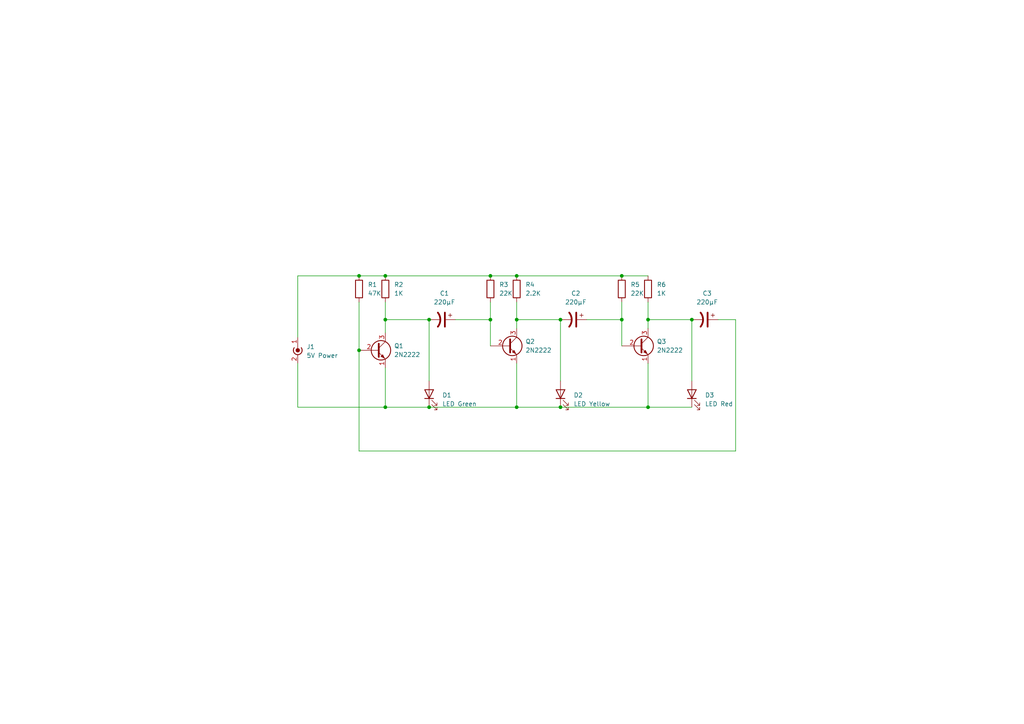
<source format=kicad_sch>
(kicad_sch (version 20211123) (generator eeschema)
  (paper "A4")
  (lib_symbols
    (symbol "Connector:Conn_Coaxial_Power" (pin_names (offset 1.016) hide)
      (property "Reference" "J" (at -5.08 -1.27 90))
      (property "Value" "Conn_Coaxial_Power" (at -3.175 -1.27 90))
      (symbol "Conn_Coaxial_Power_0_1"
        (arc (start -1.27 -1.27) (mid 0 -2.54) (end 1.27 -1.27) (stroke (width 0.254)))
        (arc (start -1.016 -0.508) (mid -1.2048 -0.8684) (end -1.27 -1.27) (stroke (width 0.254)))
        (circle (center 0 -1.27) (radius 0.508) (stroke (width 0.2032)) (fill (type outline)))
        (polyline (pts (xy 0 -2.54) (xy 0 -3.048)))
        (polyline (pts (xy 0 0) (xy 0 -1.27)))
        (arc (start 1.27 -1.27) (mid 1.2048 -0.8684) (end 1.016 -0.508) (stroke (width 0.254)))
      )
      (symbol "Conn_Coaxial_Power_1_1"
        (pin passive line (at 0 2.54 270) (length 2.54) (name "In") (number "1"))
        (pin passive line (at 0 -5.08 90) (length 2.54) (name "Ext") (number "2"))
      )
    )
    (symbol "Device:C_Polarized_US" (pin_numbers hide) (pin_names (offset 0.254) hide)
      (property "Reference" "C" (at 0.635 2.54 0))
      (property "Value" "C_Polarized_US" (at 0.635 -2.54 0))
      (symbol "C_Polarized_US_0_1"
        (polyline (pts (xy -2.032 0.762) (xy 2.032 0.762)) (stroke (width 0.508)))
        (polyline (pts (xy -1.778 2.286) (xy -0.762 2.286)))
        (polyline (pts (xy -1.27 1.778) (xy -1.27 2.794)))
        (arc (start 2.032 -1.27) (mid 0 -0.5572) (end -2.032 -1.27) (stroke (width 0.508)))
      )
      (symbol "C_Polarized_US_1_1"
        (pin passive line (at 0 3.81 270) (length 2.794) (name "~") (number "1"))
        (pin passive line (at 0 -3.81 90) (length 3.302) (name "~") (number "2"))
      )
    )
    (symbol "Device:LED" (pin_numbers hide) (pin_names (offset 1.016) hide)
      (property "Reference" "D" (at 0 2.54 0))
      (property "Value" "LED" (at 0 -2.54 0))
      (symbol "LED_0_1"
        (polyline (pts (xy -1.27 -1.27) (xy -1.27 1.27)) (stroke (width 0.254)))
        (polyline (pts (xy -1.27 0) (xy 1.27 0)))
        (polyline (pts (xy 1.27 -1.27) (xy 1.27 1.27) (xy -1.27 0) (xy 1.27 -1.27)) (stroke (width 0.254)))
        (polyline (pts (xy -3.048 -0.762) (xy -4.572 -2.286) (xy -3.81 -2.286) (xy -4.572 -2.286) (xy -4.572 -1.524)))
        (polyline (pts (xy -1.778 -0.762) (xy -3.302 -2.286) (xy -2.54 -2.286) (xy -3.302 -2.286) (xy -3.302 -1.524)))
      )
      (symbol "LED_1_1"
        (pin passive line (at -3.81 0 0) (length 2.54) (name "K") (number "1"))
        (pin passive line (at 3.81 0 180) (length 2.54) (name "A") (number "2"))
      )
    )
    (symbol "Device:Q_NPN_EBC" (pin_names (offset 0) hide)
      (property "Reference" "Q" (at 5.08 1.27 0))
      (property "Value" "Q_NPN_EBC" (at 5.08 -1.27 0))
      (symbol "Q_NPN_EBC_0_1"
        (polyline (pts (xy 0.635 0.635) (xy 2.54 2.54)))
        (polyline (pts (xy 0.635 -0.635) (xy 2.54 -2.54) (xy 2.54 -2.54)))
        (polyline (pts (xy 0.635 1.905) (xy 0.635 -1.905) (xy 0.635 -1.905)) (stroke (width 0.508)))
        (polyline (pts (xy 1.27 -1.778) (xy 1.778 -1.27) (xy 2.286 -2.286) (xy 1.27 -1.778) (xy 1.27 -1.778)) (fill (type outline)))
        (circle (center 1.27 0) (radius 2.8194) (stroke (width 0.254)))
      )
      (symbol "Q_NPN_EBC_1_1"
        (pin passive line (at 2.54 -5.08 90) (length 2.54) (name "E") (number "1"))
        (pin passive line (at -5.08 0 0) (length 5.715) (name "B") (number "2"))
        (pin passive line (at 2.54 5.08 270) (length 2.54) (name "C") (number "3"))
      )
    )
    (symbol "Device:R" (pin_numbers hide) (pin_names (offset 0))
      (property "Reference" "R" (at 2.032 0 90))
      (property "Value" "R" (at 0 0 90))
      (symbol "R_0_1"
        (rectangle (start -1.016 -2.54) (end 1.016 2.54) (stroke (width 0.254)))
      )
      (symbol "R_1_1"
        (pin passive line (at 0 3.81 270) (length 1.27) (name "~") (number "1"))
        (pin passive line (at 0 -3.81 90) (length 1.27) (name "~") (number "2"))
      )
    )
  )
  (junction (at 142.24 92.71))
  (junction (at 104.14 80.01))
  (junction (at 149.86 80.01))
  (junction (at 162.56 118.11))
  (junction (at 142.24 80.01))
  (junction (at 111.76 92.71))
  (junction (at 104.14 101.6))
  (junction (at 149.86 118.11))
  (junction (at 149.86 92.71))
  (junction (at 111.76 118.11))
  (junction (at 200.66 92.71))
  (junction (at 111.76 80.01))
  (junction (at 187.96 118.11))
  (junction (at 187.96 92.71))
  (junction (at 162.56 92.71))
  (junction (at 124.46 118.11))
  (junction (at 124.46 92.71))
  (junction (at 180.34 80.01))
  (junction (at 180.34 92.71))
  (wire (pts (xy 180.34 87.63) (xy 180.34 92.71)))
  (wire (pts (xy 149.86 92.71) (xy 149.86 95.25)))
  (wire (pts (xy 187.96 118.11) (xy 187.96 105.41)))
  (wire (pts (xy 86.36 80.01) (xy 86.36 97.79)))
  (wire (pts (xy 124.46 110.49) (xy 124.46 92.71)))
  (wire (pts (xy 187.96 87.63) (xy 187.96 92.71)))
  (wire (pts (xy 187.96 118.11) (xy 200.66 118.11)))
  (wire (pts (xy 142.24 92.71) (xy 142.24 100.33)))
  (wire (pts (xy 111.76 92.71) (xy 111.76 96.52)))
  (wire (pts (xy 162.56 92.71) (xy 149.86 92.71)))
  (wire (pts (xy 104.14 87.63) (xy 104.14 101.6)))
  (wire (pts (xy 149.86 118.11) (xy 162.56 118.11)))
  (wire (pts (xy 111.76 80.01) (xy 142.24 80.01)))
  (wire (pts (xy 86.36 105.41) (xy 86.36 118.11)))
  (wire (pts (xy 208.28 92.71) (xy 213.36 92.71)))
  (wire (pts (xy 124.46 92.71) (xy 111.76 92.71)))
  (wire (pts (xy 213.36 92.71) (xy 213.36 130.81)))
  (wire (pts (xy 142.24 87.63) (xy 142.24 92.71)))
  (wire (pts (xy 187.96 92.71) (xy 187.96 95.25)))
  (wire (pts (xy 149.86 80.01) (xy 180.34 80.01)))
  (wire (pts (xy 162.56 118.11) (xy 187.96 118.11)))
  (wire (pts (xy 149.86 105.41) (xy 149.86 118.11)))
  (wire (pts (xy 180.34 80.01) (xy 187.96 80.01)))
  (wire (pts (xy 180.34 92.71) (xy 180.34 100.33)))
  (wire (pts (xy 104.14 80.01) (xy 111.76 80.01)))
  (wire (pts (xy 142.24 80.01) (xy 149.86 80.01)))
  (wire (pts (xy 162.56 110.49) (xy 162.56 92.71)))
  (wire (pts (xy 200.66 110.49) (xy 200.66 92.71)))
  (wire (pts (xy 86.36 80.01) (xy 104.14 80.01)))
  (wire (pts (xy 170.18 92.71) (xy 180.34 92.71)))
  (wire (pts (xy 111.76 118.11) (xy 124.46 118.11)))
  (wire (pts (xy 111.76 87.63) (xy 111.76 92.71)))
  (wire (pts (xy 200.66 92.71) (xy 187.96 92.71)))
  (wire (pts (xy 132.08 92.71) (xy 142.24 92.71)))
  (wire (pts (xy 111.76 106.68) (xy 111.76 118.11)))
  (wire (pts (xy 86.36 118.11) (xy 111.76 118.11)))
  (wire (pts (xy 213.36 130.81) (xy 104.14 130.81)))
  (wire (pts (xy 149.86 87.63) (xy 149.86 92.71)))
  (wire (pts (xy 104.14 130.81) (xy 104.14 101.6)))
  (wire (pts (xy 124.46 118.11) (xy 149.86 118.11)))
  (symbol (lib_id "Device:LED") (at 162.56 114.3 90) (unit 1)
    (property "Reference" "D2" (at 166.37 114.6174 90) (effects (justify right)))
    (property "Value" "LED Yellow" (at 166.37 117.1574 90) (effects (justify right)))
    (property "Footprint" "LED_THT:LED_D5.0mm" (effects hide))
  )
  (symbol (lib_id "Device:R") (at 111.76 83.82 0) (unit 1)
    (property "Reference" "R2" (at 114.3 82.5499 0) (effects (justify left)))
    (property "Value" "1K" (at 114.3 85.0899 0) (effects (justify left)))
    (property "Footprint" "Resistor_THT:R_Axial_DIN0204_L3.6mm_D1.6mm_P7.62mm_Horizontal" (effects hide))
  )
  (symbol (lib_id "Device:C_Polarized_US") (at 128.27 92.71 270) (unit 1)
    (property "Reference" "C1" (at 128.905 85.09 90))
    (property "Value" "220µF" (at 128.905 87.63 90))
    (property "Footprint" "Capacitor_THT:CP_Radial_D5.0mm_P2.50mm" (effects hide))
  )
  (symbol (lib_id "Device:Q_NPN_EBC") (at 147.32 100.33 0) (unit 1)
    (property "Reference" "Q2" (at 152.4 99.0599 0) (effects (justify left)))
    (property "Value" "2N2222" (at 152.4 101.5999 0) (effects (justify left)))
    (property "Footprint" "Package_TO_SOT_THT:TO-92L_Inline" (effects hide))
  )
  (symbol (lib_id "Device:R") (at 142.24 83.82 0) (unit 1)
    (property "Reference" "R3" (at 144.78 82.5499 0) (effects (justify left)))
    (property "Value" "22K" (at 144.78 85.0899 0) (effects (justify left)))
    (property "Footprint" "Resistor_THT:R_Axial_DIN0204_L3.6mm_D1.6mm_P7.62mm_Horizontal" (effects hide))
  )
  (symbol (lib_id "Device:R") (at 149.86 83.82 0) (unit 1)
    (property "Reference" "R4" (at 152.4 82.5499 0) (effects (justify left)))
    (property "Value" "2.2K" (at 152.4 85.0899 0) (effects (justify left)))
    (property "Footprint" "Resistor_THT:R_Axial_DIN0204_L3.6mm_D1.6mm_P7.62mm_Horizontal" (effects hide))
  )
  (symbol (lib_id "Device:R") (at 180.34 83.82 0) (unit 1)
    (property "Reference" "R5" (at 182.88 82.5499 0) (effects (justify left)))
    (property "Value" "22K" (at 182.88 85.0899 0) (effects (justify left)))
    (property "Footprint" "Resistor_THT:R_Axial_DIN0204_L3.6mm_D1.6mm_P7.62mm_Horizontal" (effects hide))
  )
  (symbol (lib_id "Device:LED") (at 200.66 114.3 90) (unit 1)
    (property "Reference" "D3" (at 204.47 114.6174 90) (effects (justify right)))
    (property "Value" "LED Red" (at 204.47 117.1574 90) (effects (justify right)))
    (property "Footprint" "LED_THT:LED_D5.0mm" (effects hide))
  )
  (symbol (lib_id "Device:C_Polarized_US") (at 204.47 92.71 270) (unit 1)
    (property "Reference" "C3" (at 205.105 85.09 90))
    (property "Value" "220µF" (at 205.105 87.63 90))
    (property "Footprint" "Capacitor_THT:CP_Radial_D5.0mm_P2.50mm" (effects hide))
  )
  (symbol (lib_id "Device:R") (at 104.14 83.82 0) (unit 1)
    (property "Reference" "R1" (at 106.68 82.5499 0) (effects (justify left)))
    (property "Value" "47K" (at 106.68 85.0899 0) (effects (justify left)))
    (property "Footprint" "Resistor_THT:R_Axial_DIN0204_L3.6mm_D1.6mm_P7.62mm_Horizontal" (effects hide))
  )
  (symbol (lib_id "Device:R") (at 187.96 83.82 0) (unit 1)
    (property "Reference" "R6" (at 190.5 82.5499 0) (effects (justify left)))
    (property "Value" "1K" (at 190.5 85.0899 0) (effects (justify left)))
    (property "Footprint" "Resistor_THT:R_Axial_DIN0204_L3.6mm_D1.6mm_P7.62mm_Horizontal" (effects hide))
  )
  (symbol (lib_id "Device:C_Polarized_US") (at 166.37 92.71 270) (unit 1)
    (property "Reference" "C2" (at 167.005 85.09 90))
    (property "Value" "220µF" (at 167.005 87.63 90))
    (property "Footprint" "Capacitor_THT:CP_Radial_D5.0mm_P2.50mm" (effects hide))
  )
  (symbol (lib_id "Connector:Conn_Coaxial_Power") (at 86.36 100.33 0) (unit 1)
    (property "Reference" "J1" (at 88.9 100.5839 0) (effects (justify left)))
    (property "Value" "5V Power" (at 88.9 103.1239 0) (effects (justify left)))
    (property "Footprint" "Connector_Molex:Molex_Mini-Fit_Jr_5566-02A_2x01_P4.20mm_Vertical" (effects hide))
  )
  (symbol (lib_id "Device:LED") (at 124.46 114.3 90) (unit 1)
    (property "Reference" "D1" (at 128.27 114.6174 90) (effects (justify right)))
    (property "Value" "LED Green" (at 128.27 117.1574 90) (effects (justify right)))
    (property "Footprint" "LED_THT:LED_D5.0mm" (effects hide))
  )
  (symbol (lib_id "Device:Q_NPN_EBC") (at 109.22 101.6 0) (unit 1)
    (property "Reference" "Q1" (at 114.3 100.3299 0) (effects (justify left)))
    (property "Value" "2N2222" (at 114.3 102.8699 0) (effects (justify left)))
    (property "Footprint" "Package_TO_SOT_THT:TO-92L_Inline" (effects hide))
  )
  (symbol (lib_id "Device:Q_NPN_EBC") (at 185.42 100.33 0) (unit 1)
    (property "Reference" "Q3" (at 190.5 99.0599 0) (effects (justify left)))
    (property "Value" "2N2222" (at 190.5 101.5999 0) (effects (justify left)))
    (property "Footprint" "Package_TO_SOT_THT:TO-92L_Inline" (effects hide))
  )
)
</source>
